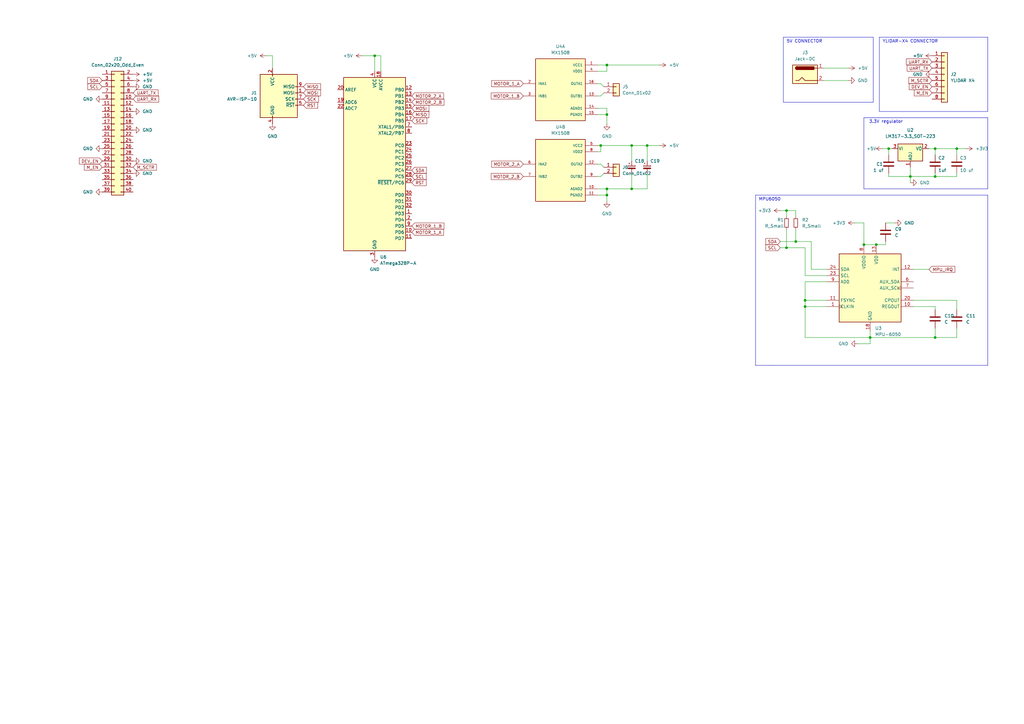
<source format=kicad_sch>
(kicad_sch (version 20231120) (generator "eeschema") (generator_version "8.0")
  (paper "A3")
  (lib_symbols
    (symbol "Connector:AVR-ISP-10" (pin_names (offset 1.016))
      (property "Reference" "J" (at -6.35 11.43 0))
      (property "Value" "AVR-ISP-10" (at 0 11.43 0))
      (symbol "AVR-ISP-10_0_1"
        (rectangle (start -2.667 -6.858) (end -2.413 -7.62))
        (rectangle (start -2.667 10.16) (end -2.413 9.398))
        (rectangle (start 7.62 -2.413) (end 6.858 -2.667))
        (rectangle (start 7.62 0.127) (end 6.858 -0.127))
        (rectangle (start 7.62 2.667) (end 6.858 2.413))
        (rectangle (start 7.62 5.207) (end 6.858 4.953))
        (rectangle (start 7.62 10.16) (end -7.62 -7.62) (stroke (width 0.254)) (fill (type background)))
      )
      (symbol "AVR-ISP-10_1_1"
        (pin passive line (at 10.16 2.54 180) (length 2.54) (name "MOSI") (number "1"))
        (pin passive line (at -2.54 -10.16 90) (length 2.54) hide (name "GND") (number "10"))
        (pin passive line (at -2.54 12.7 270) (length 2.54) (name "VCC") (number "2"))
        (pin no_connect line (at 7.62 -5.08 180) (length 2.54) hide (name "NC") (number "3"))
        (pin passive line (at -2.54 -10.16 90) (length 2.54) (name "GND") (number "4"))
        (pin passive line (at 10.16 -2.54 180) (length 2.54) (name "~{RST}") (number "5"))
        (pin passive line (at -2.54 -10.16 90) (length 2.54) hide (name "GND") (number "6"))
        (pin passive line (at 10.16 0 180) (length 2.54) (name "SCK") (number "7"))
        (pin passive line (at -2.54 -10.16 90) (length 2.54) hide (name "GND") (number "8"))
        (pin passive line (at 10.16 5.08 180) (length 2.54) (name "MISO") (number "9"))
      )
    )
    (symbol "Connector:Jack-DC" (pin_names (offset 1.016))
      (property "Reference" "J" (at 0 5.334 0))
      (property "Value" "Jack-DC" (at 0 -5.08 0))
      (symbol "Jack-DC_0_1"
        (rectangle (start -5.08 3.81) (end 5.08 -3.81) (stroke (width 0.254)) (fill (type background)))
        (arc (start -3.302 3.175) (mid -3.9343 2.54) (end -3.302 1.905) (stroke (width 0.254)))
        (arc (start -3.302 3.175) (mid -3.9343 2.54) (end -3.302 1.905) (stroke (width 0.254)) (fill (type outline)))
        (polyline (pts (xy 5.08 2.54) (xy 3.81 2.54)) (stroke (width 0.254)))
        (polyline (pts (xy -3.81 -2.54) (xy -2.54 -2.54) (xy -1.27 -1.27) (xy 0 -2.54) (xy 2.54 -2.54) (xy 5.08 -2.54)) (stroke (width 0.254)))
        (rectangle (start 3.683 3.175) (end -3.302 1.905) (stroke (width 0.254)) (fill (type outline)))
      )
      (symbol "Jack-DC_1_1"
        (pin passive line (at 7.62 2.54 180) (length 2.54) (name "~") (number "1"))
        (pin passive line (at 7.62 -2.54 180) (length 2.54) (name "~") (number "2"))
      )
    )
    (symbol "Connector_Generic:Conn_01x02" (pin_names (offset 1.016) hide)
      (property "Reference" "J" (at 0 2.54 0))
      (property "Value" "Conn_01x02" (at 0 -5.08 0))
      (symbol "Conn_01x02_1_1"
        (rectangle (start -1.27 -2.413) (end 0 -2.667) (stroke (width 0.1524)))
        (rectangle (start -1.27 0.127) (end 0 -0.127) (stroke (width 0.1524)))
        (rectangle (start -1.27 1.27) (end 1.27 -3.81) (stroke (width 0.254)) (fill (type background)))
        (pin passive line (at -5.08 0 0) (length 3.81) (name "Pin_1") (number "1"))
        (pin passive line (at -5.08 -2.54 0) (length 3.81) (name "Pin_2") (number "2"))
      )
    )
    (symbol "Connector_Generic:Conn_01x08" (pin_names (offset 1.016) hide)
      (property "Reference" "J" (at 0 10.16 0))
      (property "Value" "Conn_01x08" (at 0 -12.7 0))
      (symbol "Conn_01x08_1_1"
        (rectangle (start -1.27 -10.033) (end 0 -10.287) (stroke (width 0.1524)))
        (rectangle (start -1.27 -7.493) (end 0 -7.747) (stroke (width 0.1524)))
        (rectangle (start -1.27 -4.953) (end 0 -5.207) (stroke (width 0.1524)))
        (rectangle (start -1.27 -2.413) (end 0 -2.667) (stroke (width 0.1524)))
        (rectangle (start -1.27 0.127) (end 0 -0.127) (stroke (width 0.1524)))
        (rectangle (start -1.27 2.667) (end 0 2.413) (stroke (width 0.1524)))
        (rectangle (start -1.27 5.207) (end 0 4.953) (stroke (width 0.1524)))
        (rectangle (start -1.27 7.747) (end 0 7.493) (stroke (width 0.1524)))
        (rectangle (start -1.27 8.89) (end 1.27 -11.43) (stroke (width 0.254)) (fill (type background)))
        (pin passive line (at -5.08 7.62 0) (length 3.81) (name "Pin_1") (number "1"))
        (pin passive line (at -5.08 5.08 0) (length 3.81) (name "Pin_2") (number "2"))
        (pin passive line (at -5.08 2.54 0) (length 3.81) (name "Pin_3") (number "3"))
        (pin passive line (at -5.08 0 0) (length 3.81) (name "Pin_4") (number "4"))
        (pin passive line (at -5.08 -2.54 0) (length 3.81) (name "Pin_5") (number "5"))
        (pin passive line (at -5.08 -5.08 0) (length 3.81) (name "Pin_6") (number "6"))
        (pin passive line (at -5.08 -7.62 0) (length 3.81) (name "Pin_7") (number "7"))
        (pin passive line (at -5.08 -10.16 0) (length 3.81) (name "Pin_8") (number "8"))
      )
    )
    (symbol "Connector_Generic:Conn_02x20_Odd_Even" (pin_names (offset 1.016) hide)
      (property "Reference" "J" (at 1.27 25.4 0))
      (property "Value" "Conn_02x20_Odd_Even" (at 1.27 -27.94 0))
      (symbol "Conn_02x20_Odd_Even_1_1"
        (rectangle (start -1.27 -25.273) (end 0 -25.527) (stroke (width 0.1524)))
        (rectangle (start -1.27 -22.733) (end 0 -22.987) (stroke (width 0.1524)))
        (rectangle (start -1.27 -20.193) (end 0 -20.447) (stroke (width 0.1524)))
        (rectangle (start -1.27 -17.653) (end 0 -17.907) (stroke (width 0.1524)))
        (rectangle (start -1.27 -15.113) (end 0 -15.367) (stroke (width 0.1524)))
        (rectangle (start -1.27 -12.573) (end 0 -12.827) (stroke (width 0.1524)))
        (rectangle (start -1.27 -10.033) (end 0 -10.287) (stroke (width 0.1524)))
        (rectangle (start -1.27 -7.493) (end 0 -7.747) (stroke (width 0.1524)))
        (rectangle (start -1.27 -4.953) (end 0 -5.207) (stroke (width 0.1524)))
        (rectangle (start -1.27 -2.413) (end 0 -2.667) (stroke (width 0.1524)))
        (rectangle (start -1.27 0.127) (end 0 -0.127) (stroke (width 0.1524)))
        (rectangle (start -1.27 2.667) (end 0 2.413) (stroke (width 0.1524)))
        (rectangle (start -1.27 5.207) (end 0 4.953) (stroke (width 0.1524)))
        (rectangle (start -1.27 7.747) (end 0 7.493) (stroke (width 0.1524)))
        (rectangle (start -1.27 10.287) (end 0 10.033) (stroke (width 0.1524)))
        (rectangle (start -1.27 12.827) (end 0 12.573) (stroke (width 0.1524)))
        (rectangle (start -1.27 15.367) (end 0 15.113) (stroke (width 0.1524)))
        (rectangle (start -1.27 17.907) (end 0 17.653) (stroke (width 0.1524)))
        (rectangle (start -1.27 20.447) (end 0 20.193) (stroke (width 0.1524)))
        (rectangle (start -1.27 22.987) (end 0 22.733) (stroke (width 0.1524)))
        (rectangle (start -1.27 24.13) (end 3.81 -26.67) (stroke (width 0.254)) (fill (type background)))
        (rectangle (start 3.81 -25.273) (end 2.54 -25.527) (stroke (width 0.1524)))
        (rectangle (start 3.81 -22.733) (end 2.54 -22.987) (stroke (width 0.1524)))
        (rectangle (start 3.81 -20.193) (end 2.54 -20.447) (stroke (width 0.1524)))
        (rectangle (start 3.81 -17.653) (end 2.54 -17.907) (stroke (width 0.1524)))
        (rectangle (start 3.81 -15.113) (end 2.54 -15.367) (stroke (width 0.1524)))
        (rectangle (start 3.81 -12.573) (end 2.54 -12.827) (stroke (width 0.1524)))
        (rectangle (start 3.81 -10.033) (end 2.54 -10.287) (stroke (width 0.1524)))
        (rectangle (start 3.81 -7.493) (end 2.54 -7.747) (stroke (width 0.1524)))
        (rectangle (start 3.81 -4.953) (end 2.54 -5.207) (stroke (width 0.1524)))
        (rectangle (start 3.81 -2.413) (end 2.54 -2.667) (stroke (width 0.1524)))
        (rectangle (start 3.81 0.127) (end 2.54 -0.127) (stroke (width 0.1524)))
        (rectangle (start 3.81 2.667) (end 2.54 2.413) (stroke (width 0.1524)))
        (rectangle (start 3.81 5.207) (end 2.54 4.953) (stroke (width 0.1524)))
        (rectangle (start 3.81 7.747) (end 2.54 7.493) (stroke (width 0.1524)))
        (rectangle (start 3.81 10.287) (end 2.54 10.033) (stroke (width 0.1524)))
        (rectangle (start 3.81 12.827) (end 2.54 12.573) (stroke (width 0.1524)))
        (rectangle (start 3.81 15.367) (end 2.54 15.113) (stroke (width 0.1524)))
        (rectangle (start 3.81 17.907) (end 2.54 17.653) (stroke (width 0.1524)))
        (rectangle (start 3.81 20.447) (end 2.54 20.193) (stroke (width 0.1524)))
        (rectangle (start 3.81 22.987) (end 2.54 22.733) (stroke (width 0.1524)))
        (pin passive line (at -5.08 22.86 0) (length 3.81) (name "Pin_1") (number "1"))
        (pin passive line (at 7.62 12.7 180) (length 3.81) (name "Pin_10") (number "10"))
        (pin passive line (at -5.08 10.16 0) (length 3.81) (name "Pin_11") (number "11"))
        (pin passive line (at 7.62 10.16 180) (length 3.81) (name "Pin_12") (number "12"))
        (pin passive line (at -5.08 7.62 0) (length 3.81) (name "Pin_13") (number "13"))
        (pin passive line (at 7.62 7.62 180) (length 3.81) (name "Pin_14") (number "14"))
        (pin passive line (at -5.08 5.08 0) (length 3.81) (name "Pin_15") (number "15"))
        (pin passive line (at 7.62 5.08 180) (length 3.81) (name "Pin_16") (number "16"))
        (pin passive line (at -5.08 2.54 0) (length 3.81) (name "Pin_17") (number "17"))
        (pin passive line (at 7.62 2.54 180) (length 3.81) (name "Pin_18") (number "18"))
        (pin passive line (at -5.08 0 0) (length 3.81) (name "Pin_19") (number "19"))
        (pin passive line (at 7.62 22.86 180) (length 3.81) (name "Pin_2") (number "2"))
        (pin passive line (at 7.62 0 180) (length 3.81) (name "Pin_20") (number "20"))
        (pin passive line (at -5.08 -2.54 0) (length 3.81) (name "Pin_21") (number "21"))
        (pin passive line (at 7.62 -2.54 180) (length 3.81) (name "Pin_22") (number "22"))
        (pin passive line (at -5.08 -5.08 0) (length 3.81) (name "Pin_23") (number "23"))
        (pin passive line (at 7.62 -5.08 180) (length 3.81) (name "Pin_24") (number "24"))
        (pin passive line (at -5.08 -7.62 0) (length 3.81) (name "Pin_25") (number "25"))
        (pin passive line (at 7.62 -7.62 180) (length 3.81) (name "Pin_26") (number "26"))
        (pin passive line (at -5.08 -10.16 0) (length 3.81) (name "Pin_27") (number "27"))
        (pin passive line (at 7.62 -10.16 180) (length 3.81) (name "Pin_28") (number "28"))
        (pin passive line (at -5.08 -12.7 0) (length 3.81) (name "Pin_29") (number "29"))
        (pin passive line (at -5.08 20.32 0) (length 3.81) (name "Pin_3") (number "3"))
        (pin passive line (at 7.62 -12.7 180) (length 3.81) (name "Pin_30") (number "30"))
        (pin passive line (at -5.08 -15.24 0) (length 3.81) (name "Pin_31") (number "31"))
        (pin passive line (at 7.62 -15.24 180) (length 3.81) (name "Pin_32") (number "32"))
        (pin passive line (at -5.08 -17.78 0) (length 3.81) (name "Pin_33") (number "33"))
        (pin passive line (at 7.62 -17.78 180) (length 3.81) (name "Pin_34") (number "34"))
        (pin passive line (at -5.08 -20.32 0) (length 3.81) (name "Pin_35") (number "35"))
        (pin passive line (at 7.62 -20.32 180) (length 3.81) (name "Pin_36") (number "36"))
        (pin passive line (at -5.08 -22.86 0) (length 3.81) (name "Pin_37") (number "37"))
        (pin passive line (at 7.62 -22.86 180) (length 3.81) (name "Pin_38") (number "38"))
        (pin passive line (at -5.08 -25.4 0) (length 3.81) (name "Pin_39") (number "39"))
        (pin passive line (at 7.62 20.32 180) (length 3.81) (name "Pin_4") (number "4"))
        (pin passive line (at 7.62 -25.4 180) (length 3.81) (name "Pin_40") (number "40"))
        (pin passive line (at -5.08 17.78 0) (length 3.81) (name "Pin_5") (number "5"))
        (pin passive line (at 7.62 17.78 180) (length 3.81) (name "Pin_6") (number "6"))
        (pin passive line (at -5.08 15.24 0) (length 3.81) (name "Pin_7") (number "7"))
        (pin passive line (at 7.62 15.24 180) (length 3.81) (name "Pin_8") (number "8"))
        (pin passive line (at -5.08 12.7 0) (length 3.81) (name "Pin_9") (number "9"))
      )
    )
    (symbol "Device:C" (pin_numbers hide) (pin_names (offset 0.254))
      (property "Reference" "C" (at 0.635 2.54 0))
      (property "Value" "C" (at 0.635 -2.54 0))
      (symbol "C_0_1"
        (polyline (pts (xy -2.032 -0.762) (xy 2.032 -0.762)) (stroke (width 0.508)))
        (polyline (pts (xy -2.032 0.762) (xy 2.032 0.762)) (stroke (width 0.508)))
      )
      (symbol "C_1_1"
        (pin passive line (at 0 3.81 270) (length 2.794) (name "~") (number "1"))
        (pin passive line (at 0 -3.81 90) (length 2.794) (name "~") (number "2"))
      )
    )
    (symbol "Device:C_Polarized_Small" (pin_numbers hide) (pin_names (offset 0.254) hide)
      (property "Reference" "C" (at 0.254 1.778 0))
      (property "Value" "C_Polarized_Small" (at 0.254 -2.032 0))
      (symbol "C_Polarized_Small_0_1"
        (rectangle (start -1.524 -0.3048) (end 1.524 -0.6858) (fill (type outline)))
        (rectangle (start -1.524 0.6858) (end 1.524 0.3048))
        (polyline (pts (xy -1.27 1.524) (xy -0.762 1.524)))
        (polyline (pts (xy -1.016 1.27) (xy -1.016 1.778)))
      )
      (symbol "C_Polarized_Small_1_1"
        (pin passive line (at 0 2.54 270) (length 1.8542) (name "~") (number "1"))
        (pin passive line (at 0 -2.54 90) (length 1.8542) (name "~") (number "2"))
      )
    )
    (symbol "Device:R_Small" (pin_numbers hide) (pin_names (offset 0.254) hide)
      (property "Reference" "R" (at 0.762 0.508 0))
      (property "Value" "R_Small" (at 0.762 -1.016 0))
      (symbol "R_Small_0_1"
        (rectangle (start -0.762 1.778) (end 0.762 -1.778) (stroke (width 0.2032)))
      )
      (symbol "R_Small_1_1"
        (pin passive line (at 0 2.54 270) (length 0.762) (name "~") (number "1"))
        (pin passive line (at 0 -2.54 90) (length 0.762) (name "~") (number "2"))
      )
    )
    (symbol "MCU_Microchip_ATmega:ATmega328P-A"
      (property "Reference" "U" (at -12.7 36.83 0))
      (property "Value" "ATmega328P-A" (at 2.54 -36.83 0))
      (symbol "ATmega328P-A_0_1"
        (rectangle (start -12.7 -35.56) (end 12.7 35.56) (stroke (width 0.254)) (fill (type background)))
      )
      (symbol "ATmega328P-A_1_1"
        (pin bidirectional line (at 15.24 -20.32 180) (length 2.54) (name "PD3") (number "1"))
        (pin bidirectional line (at 15.24 -27.94 180) (length 2.54) (name "PD6") (number "10"))
        (pin bidirectional line (at 15.24 -30.48 180) (length 2.54) (name "PD7") (number "11"))
        (pin bidirectional line (at 15.24 30.48 180) (length 2.54) (name "PB0") (number "12"))
        (pin bidirectional line (at 15.24 27.94 180) (length 2.54) (name "PB1") (number "13"))
        (pin bidirectional line (at 15.24 25.4 180) (length 2.54) (name "PB2") (number "14"))
        (pin bidirectional line (at 15.24 22.86 180) (length 2.54) (name "PB3") (number "15"))
        (pin bidirectional line (at 15.24 20.32 180) (length 2.54) (name "PB4") (number "16"))
        (pin bidirectional line (at 15.24 17.78 180) (length 2.54) (name "PB5") (number "17"))
        (pin power_in line (at 2.54 38.1 270) (length 2.54) (name "AVCC") (number "18"))
        (pin input line (at -15.24 25.4 0) (length 2.54) (name "ADC6") (number "19"))
        (pin bidirectional line (at 15.24 -22.86 180) (length 2.54) (name "PD4") (number "2"))
        (pin passive line (at -15.24 30.48 0) (length 2.54) (name "AREF") (number "20"))
        (pin passive line (at 0 -38.1 90) (length 2.54) hide (name "GND") (number "21"))
        (pin input line (at -15.24 22.86 0) (length 2.54) (name "ADC7") (number "22"))
        (pin bidirectional line (at 15.24 7.62 180) (length 2.54) (name "PC0") (number "23"))
        (pin bidirectional line (at 15.24 5.08 180) (length 2.54) (name "PC1") (number "24"))
        (pin bidirectional line (at 15.24 2.54 180) (length 2.54) (name "PC2") (number "25"))
        (pin bidirectional line (at 15.24 0 180) (length 2.54) (name "PC3") (number "26"))
        (pin bidirectional line (at 15.24 -2.54 180) (length 2.54) (name "PC4") (number "27"))
        (pin bidirectional line (at 15.24 -5.08 180) (length 2.54) (name "PC5") (number "28"))
        (pin bidirectional line (at 15.24 -7.62 180) (length 2.54) (name "~{RESET}/PC6") (number "29"))
        (pin power_in line (at 0 -38.1 90) (length 2.54) (name "GND") (number "3"))
        (pin bidirectional line (at 15.24 -12.7 180) (length 2.54) (name "PD0") (number "30"))
        (pin bidirectional line (at 15.24 -15.24 180) (length 2.54) (name "PD1") (number "31"))
        (pin bidirectional line (at 15.24 -17.78 180) (length 2.54) (name "PD2") (number "32"))
        (pin power_in line (at 0 38.1 270) (length 2.54) (name "VCC") (number "4"))
        (pin passive line (at 0 -38.1 90) (length 2.54) hide (name "GND") (number "5"))
        (pin passive line (at 0 38.1 270) (length 2.54) hide (name "VCC") (number "6"))
        (pin bidirectional line (at 15.24 15.24 180) (length 2.54) (name "XTAL1/PB6") (number "7"))
        (pin bidirectional line (at 15.24 12.7 180) (length 2.54) (name "XTAL2/PB7") (number "8"))
        (pin bidirectional line (at 15.24 -25.4 180) (length 2.54) (name "PD5") (number "9"))
      )
    )
    (symbol "MX1508:MX1508" (pin_names (offset 1.016))
      (property "Reference" "U" (at -10.16 15.24 0))
      (property "Value" "MX1508" (at -10.16 -15.24 0))
      (symbol "MX1508_1_0"
        (rectangle (start -10.16 -12.7) (end 10.16 12.7) (stroke (width 0.254)) (fill (type background)))
        (pin power_in line (at 15.24 10.16 180) (length 5.08) (name "VCC1") (number "1"))
        (pin output line (at 15.24 -2.54 180) (length 5.08) (name "OUTB1") (number "13"))
        (pin power_in line (at 15.24 -7.62 180) (length 5.08) (name "AGND1") (number "14"))
        (pin power_in line (at 15.24 -10.16 180) (length 5.08) (name "PGND1") (number "15"))
        (pin output line (at 15.24 2.54 180) (length 5.08) (name "OUTA1") (number "16"))
        (pin input line (at -15.24 2.54 0) (length 5.08) (name "INA1") (number "2"))
        (pin input line (at -15.24 -2.54 0) (length 5.08) (name "INB1") (number "3"))
        (pin power_in line (at 15.24 7.62 180) (length 5.08) (name "VDD1") (number "4"))
      )
      (symbol "MX1508_2_0"
        (rectangle (start -10.16 -12.7) (end 10.16 12.7) (stroke (width 0.254)) (fill (type background)))
        (pin power_in line (at 15.24 -7.62 180) (length 5.08) (name "AGND2") (number "10"))
        (pin power_in line (at 15.24 -10.16 180) (length 5.08) (name "PGND2") (number "11"))
        (pin output line (at 15.24 2.54 180) (length 5.08) (name "OUTA2") (number "12"))
        (pin power_in line (at 15.24 10.16 180) (length 5.08) (name "VCC2") (number "5"))
        (pin input line (at -15.24 2.54 0) (length 5.08) (name "INA2") (number "6"))
        (pin input line (at -15.24 -2.54 0) (length 5.08) (name "INB2") (number "7"))
        (pin power_in line (at 15.24 7.62 180) (length 5.08) (name "VDD2") (number "8"))
        (pin output line (at 15.24 -2.54 180) (length 5.08) (name "OUTB2") (number "9"))
      )
    )
    (symbol "Regulator_Linear:LM317_SOT-223" (pin_names (offset 0.254))
      (property "Reference" "U" (at -3.81 3.175 0))
      (property "Value" "LM317_SOT-223" (at 0 3.175 0))
      (symbol "LM317_SOT-223_0_1"
        (rectangle (start -5.08 1.905) (end 5.08 -5.08) (stroke (width 0.254)) (fill (type background)))
      )
      (symbol "LM317_SOT-223_1_1"
        (pin input line (at 0 -7.62 90) (length 2.54) (name "ADJ") (number "1"))
        (pin power_out line (at 7.62 0 180) (length 2.54) (name "VO") (number "2"))
        (pin power_in line (at -7.62 0 0) (length 2.54) (name "VI") (number "3"))
      )
    )
    (symbol "Sensor_Motion:MPU-6050"
      (property "Reference" "U" (at -11.43 13.97 0))
      (property "Value" "MPU-6050" (at 7.62 -15.24 0))
      (symbol "MPU-6050_0_0"
        (text "" (at 12.7 -2.54 0) (effects (font (size 1.27 1.27))))
      )
      (symbol "MPU-6050_0_1"
        (rectangle (start -12.7 13.97) (end 12.7 -13.97) (stroke (width 0.254)) (fill (type background)))
      )
      (symbol "MPU-6050_1_1"
        (pin input clock (at -17.78 -7.62 0) (length 5.08) (name "CLKIN") (number "1"))
        (pin passive line (at 17.78 -7.62 180) (length 5.08) (name "REGOUT") (number "10"))
        (pin input line (at -17.78 -5.08 0) (length 5.08) (name "FSYNC") (number "11"))
        (pin output line (at 17.78 7.62 180) (length 5.08) (name "INT") (number "12"))
        (pin power_in line (at 2.54 17.78 270) (length 3.81) (name "VDD") (number "13"))
        (pin no_connect line (at -12.7 -10.16 0) (length 2.54) hide (name "NC") (number "14"))
        (pin no_connect line (at 12.7 12.7 180) (length 2.54) hide (name "NC") (number "15"))
        (pin no_connect line (at 12.7 10.16 180) (length 2.54) hide (name "NC") (number "16"))
        (pin no_connect line (at 12.7 5.08 180) (length 2.54) hide (name "NC") (number "17"))
        (pin power_in line (at 0 -17.78 90) (length 3.81) (name "GND") (number "18"))
        (pin no_connect line (at 12.7 -10.16 180) (length 2.54) hide (name "NC") (number "19"))
        (pin no_connect line (at -12.7 12.7 0) (length 2.54) hide (name "NC") (number "2"))
        (pin passive line (at 17.78 -5.08 180) (length 5.08) (name "CPOUT") (number "20"))
        (pin no_connect line (at 12.7 -2.54 180) (length 2.54) hide (name "NC") (number "21"))
        (pin no_connect line (at 12.7 -12.7 180) (length 2.54) hide (name "NC") (number "22"))
        (pin input line (at -17.78 5.08 0) (length 5.08) (name "SCL") (number "23"))
        (pin bidirectional line (at -17.78 7.62 0) (length 5.08) (name "SDA") (number "24"))
        (pin no_connect line (at -12.7 10.16 0) (length 2.54) hide (name "NC") (number "3"))
        (pin no_connect line (at -12.7 0 0) (length 2.54) hide (name "NC") (number "4"))
        (pin no_connect line (at -12.7 -2.54 0) (length 2.54) hide (name "NC") (number "5"))
        (pin bidirectional line (at 17.78 2.54 180) (length 5.08) (name "AUX_SDA") (number "6"))
        (pin output clock (at 17.78 0 180) (length 5.08) (name "AUX_SCL") (number "7"))
        (pin power_in line (at -2.54 17.78 270) (length 3.81) (name "VDDIO") (number "8"))
        (pin input line (at -17.78 2.54 0) (length 5.08) (name "AD0") (number "9"))
      )
    )
    (symbol "power:+3V3" (power) (pin_names (offset 0))
      (property "Value" "+3V3" (at 0 3.556 0))
      (symbol "+3V3_0_1"
        (polyline (pts (xy -0.762 1.27) (xy 0 2.54)))
        (polyline (pts (xy 0 0) (xy 0 2.54)))
        (polyline (pts (xy 0 2.54) (xy 0.762 1.27)))
      )
      (symbol "+3V3_1_1"
        (pin power_in line (at 0 0 90) (length 0) hide (name "+3V3") (number "1"))
      )
    )
    (symbol "power:+5V" (power) (pin_names (offset 0))
      (property "Value" "+5V" (at 0 3.556 0))
      (symbol "+5V_0_1"
        (polyline (pts (xy -0.762 1.27) (xy 0 2.54)))
        (polyline (pts (xy 0 0) (xy 0 2.54)))
        (polyline (pts (xy 0 2.54) (xy 0.762 1.27)))
      )
      (symbol "+5V_1_1"
        (pin power_in line (at 0 0 90) (length 0) hide (name "+5V") (number "1"))
      )
    )
    (symbol "power:GND" (power) (pin_names (offset 0))
      (property "Value" "GND" (at 0 -3.81 0))
      (symbol "GND_0_1"
        (polyline (pts (xy 0 0) (xy 0 -1.27) (xy 1.27 -1.27) (xy 0 -2.54) (xy -1.27 -1.27) (xy 0 -1.27)))
      )
      (symbol "GND_1_1"
        (pin power_in line (at 0 0 270) (length 0) hide (name "GND") (number "1"))
      )
    )
  )
  (junction (at 248.92 77.47))
  (junction (at 326.39 99.06))
  (junction (at 383.54 138.43))
  (junction (at 392.43 60.96))
  (junction (at 373.38 72.39))
  (junction (at 259.08 77.47))
  (junction (at 322.58 101.6))
  (junction (at 359.41 100.33))
  (junction (at 248.92 26.67))
  (junction (at 246.38 59.69))
  (junction (at 330.2 125.73))
  (junction (at 383.54 72.39))
  (junction (at 364.49 60.96))
  (junction (at 259.08 59.69))
  (junction (at 248.92 80.01))
  (junction (at 322.58 86.36))
  (junction (at 265.43 59.69))
  (junction (at 354.33 100.33))
  (junction (at 356.87 138.43))
  (junction (at 153.67 22.86))
  (junction (at 248.92 46.99))
  (junction (at 330.2 123.19))
  (junction (at 383.54 60.96))
  (wire (pts (xy 245.11 59.69) (xy 246.38 59.69)))
  (wire (pts (xy 245.11 80.01) (xy 248.92 80.01)))
  (wire (pts (xy 339.09 115.57) (xy 330.2 115.57)))
  (polyline (pts (xy 354.33 48.26) (xy 405.13 48.26)))
  (polyline (pts (xy 309.88 80.01) (xy 309.88 149.86)))
  (wire (pts (xy 320.04 101.6) (xy 322.58 101.6)))
  (wire (pts (xy 245.11 72.39) (xy 246.38 72.39)))
  (wire (pts (xy 153.67 22.86) (xy 153.67 29.21)))
  (wire (pts (xy 153.67 22.86) (xy 156.21 22.86)))
  (wire (pts (xy 373.38 72.39) (xy 373.38 74.93)))
  (polyline (pts (xy 354.33 77.47) (xy 354.33 48.26)))
  (wire (pts (xy 354.33 100.33) (xy 354.33 91.44)))
  (wire (pts (xy 245.11 62.23) (xy 246.38 62.23)))
  (wire (pts (xy 330.2 113.03) (xy 330.2 101.6)))
  (wire (pts (xy 383.54 138.43) (xy 356.87 138.43)))
  (wire (pts (xy 156.21 22.86) (xy 156.21 29.21)))
  (wire (pts (xy 356.87 138.43) (xy 356.87 140.97)))
  (polyline (pts (xy 309.88 149.86) (xy 316.23 149.86)))
  (wire (pts (xy 392.43 71.12) (xy 392.43 72.39)))
  (wire (pts (xy 148.59 22.86) (xy 153.67 22.86)))
  (wire (pts (xy 326.39 99.06) (xy 332.74 99.06)))
  (wire (pts (xy 354.33 100.33) (xy 359.41 100.33)))
  (polyline (pts (xy 360.68 15.24) (xy 360.68 45.72)))
  (wire (pts (xy 246.38 72.39) (xy 247.65 71.12)))
  (wire (pts (xy 326.39 86.36) (xy 322.58 86.36)))
  (wire (pts (xy 322.58 88.9) (xy 322.58 86.36)))
  (wire (pts (xy 259.08 71.12) (xy 259.08 77.47)))
  (wire (pts (xy 332.74 110.49) (xy 332.74 99.06)))
  (wire (pts (xy 109.22 22.86) (xy 111.76 22.86)))
  (wire (pts (xy 248.92 26.67) (xy 248.92 29.21)))
  (wire (pts (xy 330.2 115.57) (xy 330.2 123.19)))
  (wire (pts (xy 339.09 113.03) (xy 330.2 113.03)))
  (wire (pts (xy 326.39 93.98) (xy 326.39 99.06)))
  (wire (pts (xy 364.49 63.5) (xy 364.49 60.96)))
  (wire (pts (xy 337.82 27.94) (xy 347.98 27.94)))
  (wire (pts (xy 248.92 77.47) (xy 248.92 80.01)))
  (wire (pts (xy 245.11 77.47) (xy 248.92 77.47)))
  (wire (pts (xy 259.08 59.69) (xy 265.43 59.69)))
  (wire (pts (xy 248.92 46.99) (xy 248.92 50.8)))
  (wire (pts (xy 248.92 77.47) (xy 259.08 77.47)))
  (wire (pts (xy 363.22 100.33) (xy 363.22 99.06)))
  (wire (pts (xy 246.38 59.69) (xy 246.38 62.23)))
  (wire (pts (xy 245.11 46.99) (xy 248.92 46.99)))
  (wire (pts (xy 245.11 26.67) (xy 248.92 26.67)))
  (wire (pts (xy 248.92 80.01) (xy 248.92 82.55)))
  (wire (pts (xy 330.2 125.73) (xy 330.2 138.43)))
  (wire (pts (xy 383.54 60.96) (xy 392.43 60.96)))
  (wire (pts (xy 245.11 34.29) (xy 246.38 34.29)))
  (wire (pts (xy 322.58 86.36) (xy 320.04 86.36)))
  (wire (pts (xy 265.43 59.69) (xy 265.43 66.04)))
  (wire (pts (xy 392.43 123.19) (xy 392.43 127)))
  (wire (pts (xy 265.43 71.12) (xy 265.43 77.47)))
  (wire (pts (xy 330.2 125.73) (xy 339.09 125.73)))
  (wire (pts (xy 330.2 123.19) (xy 330.2 125.73)))
  (wire (pts (xy 330.2 138.43) (xy 356.87 138.43)))
  (wire (pts (xy 392.43 60.96) (xy 392.43 63.5)))
  (wire (pts (xy 381 60.96) (xy 383.54 60.96)))
  (wire (pts (xy 337.82 33.02) (xy 347.98 33.02)))
  (wire (pts (xy 361.95 60.96) (xy 364.49 60.96)))
  (wire (pts (xy 374.65 125.73) (xy 383.54 125.73)))
  (wire (pts (xy 246.38 59.69) (xy 259.08 59.69)))
  (wire (pts (xy 392.43 60.96) (xy 396.24 60.96)))
  (wire (pts (xy 373.38 72.39) (xy 364.49 72.39)))
  (wire (pts (xy 351.79 140.97) (xy 356.87 140.97)))
  (wire (pts (xy 383.54 125.73) (xy 383.54 127)))
  (wire (pts (xy 330.2 123.19) (xy 339.09 123.19)))
  (wire (pts (xy 246.38 39.37) (xy 247.65 38.1)))
  (wire (pts (xy 383.54 134.62) (xy 383.54 138.43)))
  (wire (pts (xy 374.65 123.19) (xy 392.43 123.19)))
  (wire (pts (xy 359.41 100.33) (xy 363.22 100.33)))
  (wire (pts (xy 245.11 67.31) (xy 246.38 67.31)))
  (polyline (pts (xy 354.33 77.47) (xy 405.13 77.47)))
  (polyline (pts (xy 358.14 15.24) (xy 358.14 41.91)))
  (polyline (pts (xy 316.23 149.86) (xy 405.13 149.86)))
  (polyline (pts (xy 405.13 80.01) (xy 309.88 80.01)))
  (wire (pts (xy 111.76 22.86) (xy 111.76 27.94)))
  (wire (pts (xy 245.11 44.45) (xy 248.92 44.45)))
  (wire (pts (xy 339.09 110.49) (xy 332.74 110.49)))
  (wire (pts (xy 245.11 29.21) (xy 248.92 29.21)))
  (wire (pts (xy 356.87 135.89) (xy 356.87 138.43)))
  (wire (pts (xy 373.38 72.39) (xy 383.54 72.39)))
  (polyline (pts (xy 321.31 41.91) (xy 358.14 41.91)))
  (wire (pts (xy 383.54 72.39) (xy 392.43 72.39)))
  (wire (pts (xy 248.92 44.45) (xy 248.92 46.99)))
  (wire (pts (xy 350.52 91.44) (xy 354.33 91.44)))
  (wire (pts (xy 364.49 60.96) (xy 365.76 60.96)))
  (wire (pts (xy 322.58 101.6) (xy 330.2 101.6)))
  (wire (pts (xy 373.38 68.58) (xy 373.38 72.39)))
  (wire (pts (xy 265.43 59.69) (xy 270.51 59.69)))
  (wire (pts (xy 364.49 72.39) (xy 364.49 71.12)))
  (polyline (pts (xy 405.13 15.24) (xy 360.68 15.24)))
  (polyline (pts (xy 405.13 149.86) (xy 405.13 80.01)))
  (wire (pts (xy 246.38 34.29) (xy 247.65 35.56)))
  (wire (pts (xy 392.43 134.62) (xy 392.43 138.43)))
  (polyline (pts (xy 321.31 41.91) (xy 321.31 15.24)))
  (polyline (pts (xy 360.68 45.72) (xy 405.13 45.72)))
  (polyline (pts (xy 405.13 15.24) (xy 405.13 45.72)))
  (wire (pts (xy 245.11 39.37) (xy 246.38 39.37)))
  (wire (pts (xy 259.08 77.47) (xy 265.43 77.47)))
  (wire (pts (xy 383.54 60.96) (xy 383.54 63.5)))
  (wire (pts (xy 259.08 59.69) (xy 259.08 66.04)))
  (wire (pts (xy 322.58 93.98) (xy 322.58 101.6)))
  (wire (pts (xy 246.38 67.31) (xy 247.65 68.58)))
  (wire (pts (xy 374.65 110.49) (xy 381 110.49)))
  (wire (pts (xy 326.39 88.9) (xy 326.39 86.36)))
  (wire (pts (xy 248.92 26.67) (xy 270.51 26.67)))
  (wire (pts (xy 320.04 99.06) (xy 326.39 99.06)))
  (polyline (pts (xy 321.31 15.24) (xy 358.14 15.24)))
  (wire (pts (xy 392.43 138.43) (xy 383.54 138.43)))
  (wire (pts (xy 363.22 91.44) (xy 367.03 91.44)))
  (polyline (pts (xy 405.13 48.26) (xy 405.13 77.47)))
  (wire (pts (xy 383.54 72.39) (xy 383.54 71.12)))
  (text "5V CONNECTOR" (at 322.58 17.78 0) (effects (font (size 1.27 1.27)) (justify left bottom)))
  (text "3.3V regulator" (at 356.4064 50.7052 0) (effects (font (size 1.27 1.27)) (justify left bottom)))
  (text "YLIDAR-X4 CONNECTOR" (at 361.95 17.78 0) (effects (font (size 1.27 1.27)) (justify left bottom)))
  (text "MPU6050\n" (at 311.15 82.55 0) (effects (font (size 1.27 1.27)) (justify left bottom)))
  (global_label "UART_RX" (shape input) (at 54.61 40.64 0) (property "Intersheetrefs" "${INTERSHEET_REFS}" (effects (hide yes))))
  (global_label "SCL" (shape input) (at 41.91 35.56 180) (property "Intersheetrefs" "${INTERSHEET_REFS}" (effects (hide yes))))
  (global_label "MOTOR_1_A" (shape input) (at 168.91 95.25 0) (property "Intersheetrefs" "${INTERSHEET_REFS}" (effects (hide yes))))
  (global_label "MOTOR_2_B" (shape input) (at 214.63 72.39 180) (property "Intersheetrefs" "${INTERSHEET_REFS}" (effects (hide yes))))
  (global_label "MOTOR_1_A" (shape input) (at 214.63 34.29 180) (property "Intersheetrefs" "${INTERSHEET_REFS}" (effects (hide yes))))
  (global_label "MPU_IRQ" (shape input) (at 381 110.49 0) (property "Intersheetrefs" "${INTERSHEET_REFS}" (effects (hide yes))))
  (global_label "M_SCTR" (shape input) (at 382.27 33.02 180) (property "Intersheetrefs" "${INTERSHEET_REFS}" (effects (hide yes))))
  (global_label "SDA" (shape input) (at 168.91 69.85 0) (property "Intersheetrefs" "${INTERSHEET_REFS}" (effects (hide yes))))
  (global_label "MOTOR_1_B" (shape input) (at 214.63 39.37 180) (property "Intersheetrefs" "${INTERSHEET_REFS}" (effects (hide yes))))
  (global_label "M_EN" (shape input) (at 41.91 68.58 180) (property "Intersheetrefs" "${INTERSHEET_REFS}" (effects (hide yes))))
  (global_label "M_EN" (shape input) (at 382.27 38.1 180) (property "Intersheetrefs" "${INTERSHEET_REFS}" (effects (hide yes))))
  (global_label "UART_RX" (shape input) (at 382.27 25.4 180) (property "Intersheetrefs" "${INTERSHEET_REFS}" (effects (hide yes))))
  (global_label "M_SCTR" (shape input) (at 54.61 68.58 0) (property "Intersheetrefs" "${INTERSHEET_REFS}" (effects (hide yes))))
  (global_label "MOTOR_2_A" (shape input) (at 214.63 67.31 180) (property "Intersheetrefs" "${INTERSHEET_REFS}" (effects (hide yes))))
  (global_label "MOTOR_1_B" (shape input) (at 168.91 92.71 0) (property "Intersheetrefs" "${INTERSHEET_REFS}" (effects (hide yes))))
  (global_label "MOTOR_2_A" (shape input) (at 168.91 39.37 0) (property "Intersheetrefs" "${INTERSHEET_REFS}" (effects (hide yes))))
  (global_label "RST" (shape input) (at 168.91 74.93 0) (property "Intersheetrefs" "${INTERSHEET_REFS}" (effects (hide yes))))
  (global_label "UART_TX" (shape input) (at 54.61 38.1 0) (property "Intersheetrefs" "${INTERSHEET_REFS}" (effects (hide yes))))
  (global_label "MOTOR_2_B" (shape input) (at 168.91 41.91 0) (property "Intersheetrefs" "${INTERSHEET_REFS}" (effects (hide yes))))
  (global_label "DEV_EN" (shape input) (at 382.27 35.56 180) (property "Intersheetrefs" "${INTERSHEET_REFS}" (effects (hide yes))))
  (global_label "UART_TX" (shape input) (at 382.27 27.94 180) (property "Intersheetrefs" "${INTERSHEET_REFS}" (effects (hide yes))))
  (global_label "MOSI" (shape input) (at 168.91 44.45 0) (property "Intersheetrefs" "${INTERSHEET_REFS}" (effects (hide yes))))
  (global_label "MISO" (shape input) (at 124.46 35.56 0) (property "Intersheetrefs" "${INTERSHEET_REFS}" (effects (hide yes))))
  (global_label "MOSI" (shape input) (at 124.46 38.1 0) (property "Intersheetrefs" "${INTERSHEET_REFS}" (effects (hide yes))))
  (global_label "SDA" (shape input) (at 320.04 99.06 180) (property "Intersheetrefs" "${INTERSHEET_REFS}" (effects (hide yes))))
  (global_label "SCL" (shape input) (at 168.91 72.39 0) (property "Intersheetrefs" "${INTERSHEET_REFS}" (effects (hide yes))))
  (global_label "DEV_EN" (shape input) (at 41.91 66.04 180) (property "Intersheetrefs" "${INTERSHEET_REFS}" (effects (hide yes))))
  (global_label "SCK" (shape input) (at 124.46 40.64 0) (property "Intersheetrefs" "${INTERSHEET_REFS}" (effects (hide yes))))
  (global_label "RST" (shape input) (at 124.46 43.18 0) (property "Intersheetrefs" "${INTERSHEET_REFS}" (effects (hide yes))))
  (global_label "SCL" (shape input) (at 320.04 101.6 180) (property "Intersheetrefs" "${INTERSHEET_REFS}" (effects (hide yes))))
  (global_label "MISO" (shape input) (at 168.91 46.99 0) (property "Intersheetrefs" "${INTERSHEET_REFS}" (effects (hide yes))))
  (global_label "SDA" (shape input) (at 41.91 33.02 180) (property "Intersheetrefs" "${INTERSHEET_REFS}" (effects (hide yes))))
  (global_label "SCK" (shape input) (at 168.91 49.53 0) (property "Intersheetrefs" "${INTERSHEET_REFS}" (effects (hide yes))))
  (symbol (lib_id "Connector_Generic:Conn_01x02") (at 252.73 68.58 0) (unit 1)
    (property "Reference" "J6" (at 255.27 68.58 0) (effects (justify left)))
    (property "Value" "Conn_01x02" (at 255.27 71.12 0) (effects (justify left)))
    (property "Footprint" "Connector_PinSocket_2.54mm:PinSocket_1x02_P2.54mm_Vertical" (effects (hide yes)))
  )
  (symbol (lib_id "Device:R_Small") (at 326.39 91.44 0) (unit 1)
    (property "Reference" "R2" (at 328.93 90.1699 0) (effects (justify left)))
    (property "Value" "R_Small" (at 328.93 92.7099 0) (effects (justify left)))
    (property "Footprint" "Resistor_SMD:R_0603_1608Metric" (effects (hide yes)))
  )
  (symbol (lib_id "power:GND") (at 54.61 71.12 90) (unit 1)
    (property "Reference" "#PWR042" (effects (hide yes)))
    (property "Value" "GND" (at 58.42 71.12 90) (effects (justify right)))
  )
  (symbol (lib_id "Regulator_Linear:LM317_SOT-223") (at 373.38 60.96 0) (unit 1)
    (property "Reference" "U2" (at 373.38 53.34 0))
    (property "Value" "LM317-3.3_SOT-223" (at 373.38 55.88 0))
    (property "Footprint" "Package_TO_SOT_SMD:SOT-223-3_TabPin2" (effects (hide yes)))
    (property "Datasheet" "http://www.ti.com/lit/ds/symlink/lm317.pdf" (effects (hide yes)))
  )
  (symbol (lib_id "Device:C_Polarized_Small") (at 259.08 68.58 0) (unit 1)
    (property "Reference" "C18" (at 260.35 66.04 0) (effects (justify left)))
    (property "Value" "C_Polarized_Small" (effects (hide yes)))
    (property "Footprint" "Capacitor_SMD:CP_Elec_6.3x4.9" (effects (hide yes)))
  )
  (symbol (lib_id "Device:C") (at 363.22 95.25 0) (unit 1)
    (property "Reference" "C9" (at 367.03 93.9799 0) (effects (justify left)))
    (property "Value" "C" (at 367.03 96.5199 0) (effects (justify left)))
    (property "Footprint" "Capacitor_SMD:C_0603_1608Metric" (effects (hide yes)))
  )
  (symbol (lib_id "Device:C") (at 392.43 130.81 0) (unit 1)
    (property "Reference" "C11" (at 396.24 129.5399 0) (effects (justify left)))
    (property "Value" "C" (at 396.24 132.0799 0) (effects (justify left)))
    (property "Footprint" "Capacitor_SMD:C_0603_1608Metric" (effects (hide yes)))
  )
  (symbol (lib_id "power:GND") (at 367.03 91.44 90) (unit 1)
    (property "Reference" "#PWR05" (effects (hide yes)))
    (property "Value" "GND" (at 370.84 91.44 90) (effects (justify right)))
  )
  (symbol (lib_id "power:GND") (at 54.61 45.72 90) (unit 1)
    (property "Reference" "#PWR033" (effects (hide yes)))
    (property "Value" "GND" (at 58.42 45.72 90) (effects (justify right)))
  )
  (symbol (lib_id "power:GND") (at 351.79 140.97 270) (unit 1)
    (property "Reference" "#PWR06" (effects (hide yes)))
    (property "Value" "GND" (at 347.98 140.97 90) (effects (justify right)))
  )
  (symbol (lib_id "power:GND") (at 248.92 50.8 0) (unit 1)
    (property "Reference" "#PWR029" (effects (hide yes)))
    (property "Value" "GND" (at 248.92 55.88 0))
  )
  (symbol (lib_id "MX1508:MX1508") (at 229.87 69.85 0) (unit 2)
    (property "Reference" "U4" (at 229.87 52.07 0))
    (property "Value" "MX1508" (at 229.87 54.61 0))
    (property "Footprint" "MX1508:SOIC127P600X177-16N" (effects (hide yes)))
    (property "Description" "\n" (effects (hide yes)))
    (property "MF" "Sinotech Mixic Electronics Co., Ltd" (effects (hide yes)))
    (property "MAXIMUM_PACKAGE_HEIGHT" "1.77mm" (effects (hide yes)))
    (property "Package" "Package" (effects (hide yes)))
    (property "Price" "None" (effects (hide yes)))
    (property "Check_prices" "https://www.snapeda.com/parts/MX1508/Sinotech+Mixic+Electronics+Co.%252C+Ltd/view-part/?ref=eda" (effects (hide yes)))
    (property "STANDARD" "IPC-7351B" (effects (hide yes)))
    (property "SnapEDA_Link" "https://www.snapeda.com/parts/MX1508/Sinotech+Mixic+Electronics+Co.%252C+Ltd/view-part/?ref=snap" (effects (hide yes)))
    (property "MP" "MX1508" (effects (hide yes)))
    (property "Availability" "Not in stock" (effects (hide yes)))
    (property "MANUFACTURER" "Shenzhen Guanghui Electronics" (effects (hide yes)))
  )
  (symbol (lib_id "Device:R_Small") (at 322.58 91.44 0) (unit 1)
    (property "Reference" "R1" (at 318.77 90.17 0) (effects (justify left)))
    (property "Value" "R_Small" (at 313.69 92.71 0) (effects (justify left)))
    (property "Footprint" "Resistor_SMD:R_0603_1608Metric" (effects (hide yes)))
  )
  (symbol (lib_id "MCU_Microchip_ATmega:ATmega328P-A") (at 153.67 67.31 0) (unit 1)
    (property "Reference" "U6" (at 155.8641 105.41 0) (effects (justify left)))
    (property "Value" "ATmega328P-A" (at 155.8641 107.95 0) (effects (justify left)))
    (property "Footprint" "Package_QFP:TQFP-32_7x7mm_P0.8mm" (effects (hide yes)))
    (property "Datasheet" "http://ww1.microchip.com/downloads/en/DeviceDoc/ATmega328_P%20AVR%20MCU%20with%20picoPower%20Technology%20Data%20Sheet%2040001984A.pdf" (effects (hide yes)))
    (property "Description" "20MHz, 32kB Flash, 2kB SRAM, 1kB EEPROM, TQFP-32" (effects (hide yes)))
  )
  (symbol (lib_id "power:+5V") (at 148.59 22.86 90) (unit 1)
    (property "Reference" "#PWR013" (effects (hide yes)))
    (property "Value" "+5V" (at 144.78 22.8599 90) (effects (justify left)))
  )
  (symbol (lib_id "power:GND") (at 54.61 66.04 90) (unit 1)
    (property "Reference" "#PWR041" (effects (hide yes)))
    (property "Value" "GND" (at 58.42 66.04 90) (effects (justify right)))
  )
  (symbol (lib_id "power:+5V") (at 54.61 30.48 270) (unit 1)
    (property "Reference" "#PWR020" (effects (hide yes)))
    (property "Value" "+5V" (at 58.42 30.48 90) (effects (justify left)))
  )
  (symbol (lib_id "Connector:AVR-ISP-10") (at 114.3 40.64 0) (unit 1)
    (property "Reference" "J1" (at 105.41 38.0999 0) (effects (justify right)))
    (property "Value" "AVR-ISP-10" (at 105.41 40.6399 0) (effects (justify right)))
    (property "Description" "Atmel 10-pin ISP connector" (effects (hide yes)))
  )
  (symbol (lib_id "Device:C") (at 392.43 67.31 0) (unit 1)
    (property "Reference" "C3" (at 393.7 64.77 0) (effects (justify left)))
    (property "Value" "10 uf" (at 393.7 69.85 0) (effects (justify left)))
    (property "Footprint" "Capacitor_SMD:C_0603_1608Metric" (effects (hide yes)))
  )
  (symbol (lib_id "Connector_Generic:Conn_01x02") (at 252.73 35.56 0) (unit 1)
    (property "Reference" "J5" (at 255.27 35.56 0) (effects (justify left)))
    (property "Value" "Conn_01x02" (at 255.27 38.1 0) (effects (justify left)))
    (property "Footprint" "Connector_PinSocket_2.54mm:PinSocket_1x02_P2.54mm_Vertical" (effects (hide yes)))
  )
  (symbol (lib_id "MX1508:MX1508") (at 229.87 36.83 0) (unit 1)
    (property "Reference" "U4" (at 229.87 19.05 0))
    (property "Value" "MX1508" (at 229.87 21.59 0))
    (property "Footprint" "MX1508:SOIC127P600X177-16N" (effects (hide yes)))
    (property "Description" "\n" (effects (hide yes)))
    (property "MF" "Sinotech Mixic Electronics Co., Ltd" (effects (hide yes)))
    (property "MAXIMUM_PACKAGE_HEIGHT" "1.77mm" (effects (hide yes)))
    (property "Package" "Package" (effects (hide yes)))
    (property "Price" "None" (effects (hide yes)))
    (property "Check_prices" "https://www.snapeda.com/parts/MX1508/Sinotech+Mixic+Electronics+Co.%252C+Ltd/view-part/?ref=eda" (effects (hide yes)))
    (property "STANDARD" "IPC-7351B" (effects (hide yes)))
    (property "SnapEDA_Link" "https://www.snapeda.com/parts/MX1508/Sinotech+Mixic+Electronics+Co.%252C+Ltd/view-part/?ref=snap" (effects (hide yes)))
    (property "MP" "MX1508" (effects (hide yes)))
    (property "Availability" "Not in stock" (effects (hide yes)))
    (property "MANUFACTURER" "Shenzhen Guanghui Electronics" (effects (hide yes)))
  )
  (symbol (lib_id "power:+5V") (at 270.51 59.69 270) (unit 1)
    (property "Reference" "#PWR024" (effects (hide yes)))
    (property "Value" "+5V" (at 274.32 59.69 90) (effects (justify left)))
  )
  (symbol (lib_id "Device:C") (at 383.54 130.81 0) (unit 1)
    (property "Reference" "C10" (at 387.35 129.5399 0) (effects (justify left)))
    (property "Value" "C" (at 387.35 132.0799 0) (effects (justify left)))
    (property "Footprint" "Capacitor_SMD:C_0603_1608Metric" (effects (hide yes)))
  )
  (symbol (lib_id "Connector:Jack-DC") (at 330.2 30.48 0) (unit 1)
    (property "Reference" "J3" (at 330.2 21.59 0))
    (property "Value" "Jack-DC" (at 330.2 24.13 0))
    (property "Footprint" "Connector_BarrelJack:BarrelJack_Horizontal" (effects (hide yes)))
  )
  (symbol (lib_id "power:+5V") (at 109.22 22.86 90) (unit 1)
    (property "Reference" "#PWR014" (effects (hide yes)))
    (property "Value" "+5V" (at 105.41 22.8599 90) (effects (justify left)))
  )
  (symbol (lib_id "power:GND") (at 41.91 60.96 270) (unit 1)
    (property "Reference" "#PWR040" (effects (hide yes)))
    (property "Value" "GND" (at 38.1 60.96 90) (effects (justify right)))
  )
  (symbol (lib_id "power:GND") (at 54.61 35.56 90) (unit 1)
    (property "Reference" "#PWR022" (effects (hide yes)))
    (property "Value" "GND" (at 58.42 35.56 90) (effects (justify right)))
  )
  (symbol (lib_id "Device:C_Polarized_Small") (at 265.43 68.58 0) (unit 1)
    (property "Reference" "C19" (at 266.7 66.04 0) (effects (justify left)))
    (property "Value" "C_Polarized_Small" (effects (hide yes)))
    (property "Footprint" "Capacitor_SMD:CP_Elec_6.3x4.9" (effects (hide yes)))
  )
  (symbol (lib_id "Connector_Generic:Conn_02x20_Odd_Even") (at 46.99 53.34 0) (unit 1)
    (property "Reference" "J12" (at 48.26 24.13 0))
    (property "Value" "Conn_02x20_Odd_Even" (at 48.26 26.67 0))
    (property "Footprint" "Connector_PinHeader_2.54mm:PinHeader_2x20_P2.54mm_Vertical" (effects (hide yes)))
  )
  (symbol (lib_id "power:+5V") (at 54.61 33.02 270) (unit 1)
    (property "Reference" "#PWR021" (effects (hide yes)))
    (property "Value" "+5V" (at 58.42 33.02 90) (effects (justify left)))
  )
  (symbol (lib_id "power:GND") (at 153.67 105.41 0) (unit 1)
    (property "Reference" "#PWR016" (effects (hide yes)))
    (property "Value" "GND" (at 153.67 110.49 0))
  )
  (symbol (lib_id "Connector_Generic:Conn_01x08") (at 387.35 30.48 0) (unit 1)
    (property "Reference" "J2" (at 389.89 30.4799 0) (effects (justify left)))
    (property "Value" "YLIDAR X4" (at 389.89 33.0199 0) (effects (justify left)))
    (property "Footprint" "Connector_Hirose:Hirose_DF13-08P-1.25DSA_1x08_P1.25mm_Vertical" (effects (hide yes)))
  )
  (symbol (lib_id "power:GND") (at 347.98 33.02 90) (unit 1)
    (property "Reference" "#PWR04" (effects (hide yes)))
    (property "Value" "GND" (at 351.79 33.02 90) (effects (justify right)))
  )
  (symbol (lib_id "power:GND") (at 41.91 40.64 270) (unit 1)
    (property "Reference" "#PWR023" (effects (hide yes)))
    (property "Value" "GND" (at 38.1 40.64 90) (effects (justify right)))
  )
  (symbol (lib_id "Sensor_Motion:MPU-6050") (at 356.87 118.11 0) (unit 1)
    (property "Reference" "U3" (at 358.8894 134.62 0) (effects (justify left)))
    (property "Value" "MPU-6050" (at 358.8894 137.16 0) (effects (justify left)))
    (property "Footprint" "Sensor_Motion:InvenSense_QFN-24_4x4mm_P0.5mm" (effects (hide yes)))
    (property "Datasheet" "https://store.invensense.com/datasheets/invensense/MPU-6050_DataSheet_V3%204.pdf" (effects (hide yes)))
  )
  (symbol (lib_id "power:GND") (at 111.76 50.8 0) (unit 1)
    (property "Reference" "#PWR015" (effects (hide yes)))
    (property "Value" "GND" (at 111.76 55.88 0))
  )
  (symbol (lib_id "Device:C") (at 364.49 67.31 0) (unit 1)
    (property "Reference" "C1" (at 359.41 67.31 0) (effects (justify left)))
    (property "Value" "1 uf" (at 358.14 69.85 0) (effects (justify left)))
    (property "Footprint" "Capacitor_SMD:C_0603_1608Metric" (effects (hide yes)))
  )
  (symbol (lib_id "power:GND") (at 41.91 78.74 270) (unit 1)
    (property "Reference" "#PWR043" (effects (hide yes)))
    (property "Value" "GND" (at 38.1 78.74 90) (effects (justify right)))
  )
  (symbol (lib_id "Device:C") (at 383.54 67.31 0) (unit 1)
    (property "Reference" "C2" (at 384.81 64.77 0) (effects (justify left)))
    (property "Value" "1uf" (at 384.81 69.85 0) (effects (justify left)))
    (property "Footprint" "Capacitor_SMD:C_0603_1608Metric" (effects (hide yes)))
  )
  (symbol (lib_id "power:+5V") (at 270.51 26.67 270) (unit 1)
    (property "Reference" "#PWR025" (effects (hide yes)))
    (property "Value" "+5V" (at 274.32 26.67 90) (effects (justify left)))
  )
  (symbol (lib_id "power:+3V3") (at 396.24 60.96 270) (unit 1)
    (property "Reference" "#PWR032" (effects (hide yes)))
    (property "Value" "+3V3" (at 400.05 60.96 90) (effects (justify left)))
  )
  (symbol (lib_id "power:GND") (at 382.27 30.48 270) (unit 1)
    (property "Reference" "#PWR02" (effects (hide yes)))
    (property "Value" "GND" (at 378.46 30.48 90) (effects (justify right)))
  )
  (symbol (lib_id "power:+5V") (at 347.98 27.94 270) (unit 1)
    (property "Reference" "#PWR010" (effects (hide yes)))
    (property "Value" "+5V" (at 351.79 27.94 90) (effects (justify left)))
  )
  (symbol (lib_id "power:GND") (at 54.61 53.34 90) (unit 1)
    (property "Reference" "#PWR039" (effects (hide yes)))
    (property "Value" "GND" (at 58.42 53.34 90) (effects (justify right)))
  )
  (symbol (lib_id "power:+3V3") (at 350.52 91.44 90) (unit 1)
    (property "Reference" "#PWR08" (effects (hide yes)))
    (property "Value" "+3V3" (at 346.71 91.44 90) (effects (justify left)))
  )
  (symbol (lib_id "power:GND") (at 248.92 82.55 0) (unit 1)
    (property "Reference" "#PWR028" (effects (hide yes)))
    (property "Value" "GND" (at 248.92 87.63 0))
  )
  (symbol (lib_id "power:GND") (at 373.38 74.93 90) (unit 1)
    (property "Reference" "#PWR03" (effects (hide yes)))
    (property "Value" "GND" (at 377.19 74.93 90) (effects (justify right)))
  )
  (symbol (lib_id "power:+5V") (at 382.27 22.86 90) (unit 1)
    (property "Reference" "#PWR011" (effects (hide yes)))
    (property "Value" "+5V" (at 378.46 22.86 90) (effects (justify left)))
  )
  (symbol (lib_id "power:+3V3") (at 320.04 86.36 90) (unit 1)
    (property "Reference" "#PWR07" (effects (hide yes)))
    (property "Value" "+3V3" (at 316.23 86.36 90) (effects (justify left)))
  )
  (symbol (lib_id "power:+5V") (at 361.95 60.96 90) (unit 1)
    (property "Reference" "#PWR012" (effects (hide yes)))
    (property "Value" "+5V" (at 359.41 60.96 90) (effects (justify left)))
  )
)
</source>
